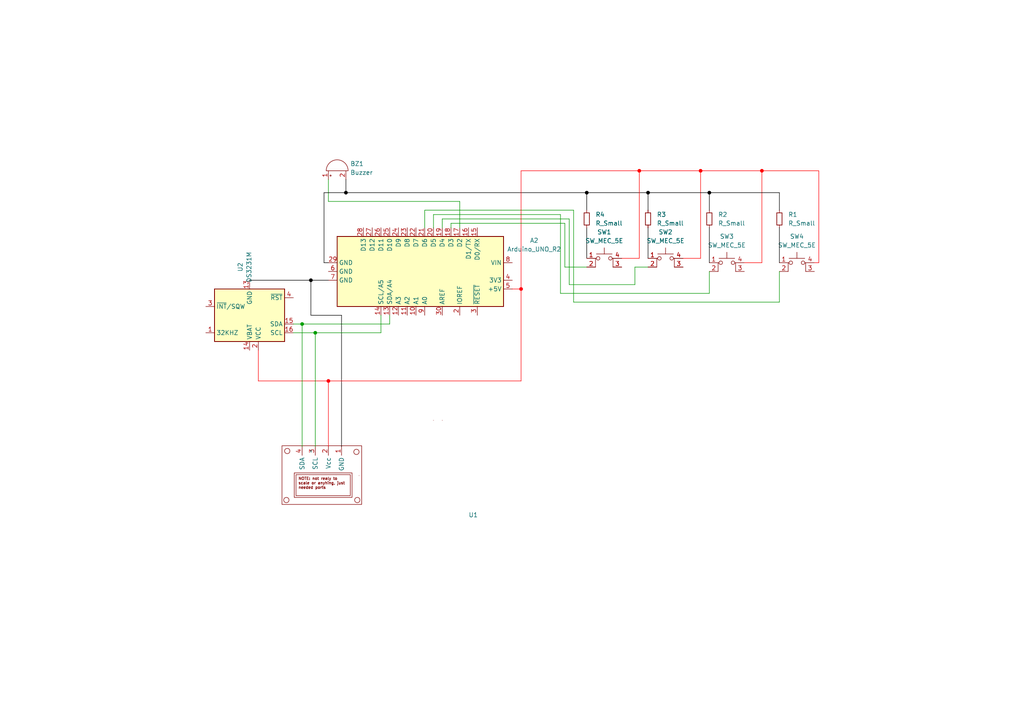
<source format=kicad_sch>
(kicad_sch (version 20230121) (generator eeschema)
  (paper "A4")
  (title_block (title "Annoying Lemon Alarm") (date "2023-06-12") (rev "1") (company "Amelia, Masha, Nicolas, Tibor") (comment 1 "Group 4 Project"))
  (lib_symbols
    (symbol "Device:Buzzer" (pin_names (offset 0.0254) hide)
      (property "Reference" "BZ" (at 3.81 1.27 0))
      (property "Value" "Buzzer" (at 3.81 -1.27 0))
      (symbol "Buzzer_0_1"
        (arc (start 0 -3.175) (mid 3.1612 0) (end 0 3.175))
        (polyline (pts (xy -1.651 1.905) (xy -1.143 1.905)))
        (polyline (pts (xy -1.397 2.159) (xy -1.397 1.651)))
        (polyline (pts (xy 0 3.175) (xy 0 -3.175)))
      )
      (symbol "Buzzer_1_1"
        (pin passive line (at -2.54 2.54 0) (length 2.54) (name "-") (number "1"))
        (pin passive line (at -2.54 -2.54 0) (length 2.54) (name "+") (number "2"))
      )
    )
    (symbol "Device:R_Small" (pin_numbers hide) (pin_names (offset 0.254) hide)
      (property "Reference" "R" (at 0.762 0.508 0))
      (property "Value" "R_Small" (at 0.762 -1.016 0))
      (symbol "R_Small_0_1"
        (rectangle (start -0.762 1.778) (end 0.762 -1.778) (stroke (width 0.2032)))
      )
      (symbol "R_Small_1_1"
        (pin passive line (at 0 2.54 270) (length 0.762) (name "~") (number "1"))
        (pin passive line (at 0 -2.54 90) (length 0.762) (name "~") (number "2"))
      )
    )
    (symbol "MCU_Module:Arduino_UNO_R2"
      (property "Reference" "A" (at -10.16 23.495 0))
      (property "Value" "Arduino_UNO_R2" (at 5.08 -26.67 0))
      (symbol "Arduino_UNO_R2_0_1"
        (rectangle (start -10.16 22.86) (end 10.16 -25.4) (stroke (width 0.254)) (fill (type background)))
      )
      (symbol "Arduino_UNO_R2_1_1"
        (pin no_connect line (at -10.16 -20.32 0) (length 2.54) hide (name "NC") (number "1"))
        (pin bidirectional line (at 12.7 -2.54 180) (length 2.54) (name "A1") (number "10"))
        (pin bidirectional line (at 12.7 -5.08 180) (length 2.54) (name "A2") (number "11"))
        (pin bidirectional line (at 12.7 -7.62 180) (length 2.54) (name "A3") (number "12"))
        (pin bidirectional line (at 12.7 -10.16 180) (length 2.54) (name "SDA/A4") (number "13"))
        (pin bidirectional line (at 12.7 -12.7 180) (length 2.54) (name "SCL/A5") (number "14"))
        (pin bidirectional line (at -12.7 15.24 0) (length 2.54) (name "D0/RX") (number "15"))
        (pin bidirectional line (at -12.7 12.7 0) (length 2.54) (name "D1/TX") (number "16"))
        (pin bidirectional line (at -12.7 10.16 0) (length 2.54) (name "D2") (number "17"))
        (pin bidirectional line (at -12.7 7.62 0) (length 2.54) (name "D3") (number "18"))
        (pin bidirectional line (at -12.7 5.08 0) (length 2.54) (name "D4") (number "19"))
        (pin output line (at 12.7 10.16 180) (length 2.54) (name "IOREF") (number "2"))
        (pin bidirectional line (at -12.7 2.54 0) (length 2.54) (name "D5") (number "20"))
        (pin bidirectional line (at -12.7 0 0) (length 2.54) (name "D6") (number "21"))
        (pin bidirectional line (at -12.7 -2.54 0) (length 2.54) (name "D7") (number "22"))
        (pin bidirectional line (at -12.7 -5.08 0) (length 2.54) (name "D8") (number "23"))
        (pin bidirectional line (at -12.7 -7.62 0) (length 2.54) (name "D9") (number "24"))
        (pin bidirectional line (at -12.7 -10.16 0) (length 2.54) (name "D10") (number "25"))
        (pin bidirectional line (at -12.7 -12.7 0) (length 2.54) (name "D11") (number "26"))
        (pin bidirectional line (at -12.7 -15.24 0) (length 2.54) (name "D12") (number "27"))
        (pin bidirectional line (at -12.7 -17.78 0) (length 2.54) (name "D13") (number "28"))
        (pin power_in line (at -2.54 -27.94 90) (length 2.54) (name "GND") (number "29"))
        (pin input line (at 12.7 15.24 180) (length 2.54) (name "~{RESET}") (number "3"))
        (pin input line (at 12.7 5.08 180) (length 2.54) (name "AREF") (number "30"))
        (pin power_out line (at 2.54 25.4 270) (length 2.54) (name "3V3") (number "4"))
        (pin power_out line (at 5.08 25.4 270) (length 2.54) (name "+5V") (number "5"))
        (pin power_in line (at 0 -27.94 90) (length 2.54) (name "GND") (number "6"))
        (pin power_in line (at 2.54 -27.94 90) (length 2.54) (name "GND") (number "7"))
        (pin power_in line (at -2.54 25.4 270) (length 2.54) (name "VIN") (number "8"))
        (pin bidirectional line (at 12.7 0 180) (length 2.54) (name "A0") (number "9"))
      )
    )
    (symbol "OLED-128x64:OLED128X64"
      (property "Reference" "U" (at -2.54 1.27 90))
      (symbol "OLED128X64_0_0"
        (text_box "NOTE: not realy to scale or anyhing, just needed ports" (at -6.858 -5.588 0) (size 15.748 -6.096) (effects (font (size 0.8 0.8)) (justify left top)))
      )
      (symbol "OLED128X64_0_1"
        (rectangle (start -10.922 2.794) (end 12.192 -14.224))
        (circle (center -9.652 -12.954) (radius 0.762))
        (circle (center -9.398 1.27) (radius 0.762))
        (rectangle (start -7.366 -5.08) (end 9.398 -12.192))
        (circle (center 10.668 1.016) (radius 0.762))
        (circle (center 10.922 -12.954) (radius 0.762))
        (rectangle (start 11.43 -5.842) (end 11.43 -5.842))
      )
      (symbol "OLED128X64_1_1"
        (rectangle (start 33.02 10.16) (end 33.02 10.16))
        (rectangle (start 35.56 10.16) (end 35.56 10.16))
        (pin power_in line (at 6.35 2.54 270) (length 2.54) (name "GND") (number "1"))
        (pin power_in line (at 2.54 2.54 270) (length 2.54) (name "Vcc") (number "2"))
        (pin output line (at -1.27 2.54 270) (length 2.54) (name "SCL") (number "3"))
        (pin output line (at -5.08 2.54 270) (length 2.54) (name "SDA") (number "4"))
      )
    )
    (symbol "Switch:SW_MEC_5E" (pin_names (offset 1.016) hide)
      (property "Reference" "SW" (at 0.635 5.715 0))
      (property "Value" "SW_MEC_5E" (at 0 -3.175 0))
      (symbol "SW_MEC_5E_0_1"
        (circle (center -1.778 2.54) (radius 0.508))
        (polyline (pts (xy -2.286 3.81) (xy 2.286 3.81)))
        (polyline (pts (xy 0 3.81) (xy 0 5.588)))
        (polyline (pts (xy -2.54 0) (xy -2.54 2.54) (xy -2.286 2.54)))
        (polyline (pts (xy 2.54 0) (xy 2.54 2.54) (xy 2.286 2.54)))
        (circle (center 1.778 2.54) (radius 0.508))
        (pin passive line (at -5.08 2.54 0) (length 2.54) (name "1") (number "1"))
        (pin passive line (at -5.08 0 0) (length 2.54) (name "2") (number "2"))
        (pin passive line (at 5.08 0 180) (length 2.54) (name "K") (number "3"))
        (pin passive line (at 5.08 2.54 180) (length 2.54) (name "A") (number "4"))
      )
    )
    (symbol "Timer_RTC:DS3231M"
      (property "Reference" "U" (at -7.62 8.89 0))
      (property "Value" "DS3231M" (at 10.16 8.89 0))
      (symbol "DS3231M_0_1"
        (rectangle (start -10.16 7.62) (end 10.16 -7.62) (stroke (width 0.254)) (fill (type background)))
      )
      (symbol "DS3231M_1_1"
        (pin open_collector line (at 12.7 5.08 180) (length 2.54) (name "32KHZ") (number "1"))
        (pin passive line (at 0 -10.16 90) (length 2.54) hide (name "GND") (number "10"))
        (pin passive line (at 0 -10.16 90) (length 2.54) hide (name "GND") (number "11"))
        (pin passive line (at 0 -10.16 90) (length 2.54) hide (name "GND") (number "12"))
        (pin power_in line (at 0 -10.16 90) (length 2.54) (name "GND") (number "13"))
        (pin power_in line (at 0 10.16 270) (length 2.54) (name "VBAT") (number "14"))
        (pin bidirectional line (at -12.7 2.54 0) (length 2.54) (name "SDA") (number "15"))
        (pin input line (at -12.7 5.08 0) (length 2.54) (name "SCL") (number "16"))
        (pin power_in line (at -2.54 10.16 270) (length 2.54) (name "VCC") (number "2"))
        (pin open_collector line (at 12.7 -2.54 180) (length 2.54) (name "~{INT}/SQW") (number "3"))
        (pin bidirectional line (at -12.7 -5.08 0) (length 2.54) (name "~{RST}") (number "4"))
        (pin passive line (at 0 -10.16 90) (length 2.54) hide (name "GND") (number "5"))
        (pin passive line (at 0 -10.16 90) (length 2.54) hide (name "GND") (number "6"))
        (pin passive line (at 0 -10.16 90) (length 2.54) hide (name "GND") (number "7"))
        (pin passive line (at 0 -10.16 90) (length 2.54) hide (name "GND") (number "8"))
        (pin passive line (at 0 -10.16 90) (length 2.54) hide (name "GND") (number "9"))
      )
    )
  )
  (junction (at 170.18 55.88) (color 0 0 0 1))
  (junction (at 185.42 49.53) (color 255 0 0 1))
  (junction (at 151.13 83.82) (color 255 0 9 1))
  (junction (at 90.17 81.28) (color 0 0 0 1))
  (junction (at 95.25 110.49) (color 255 0 7 1))
  (junction (at 205.74 55.88) (color 0 0 0 1))
  (junction (at 187.96 55.88) (color 0 0 0 1))
  (junction (at 100.33 55.88) (color 0 0 0 1))
  (junction (at 203.2 49.53) (color 255 0 0 1))
  (junction (at 91.44 96.52))
  (junction (at 87.63 93.98))
  (junction (at 220.98 49.53) (color 255 0 0 1))
  (wire (pts (xy 203.2 49.53) (xy 220.98 49.53)) (stroke (width 0) (color 255 0 9 1)))
  (wire (pts (xy 205.74 76.2) (xy 205.74 66.04)) (stroke (width 0) (color 0 0 0 1)))
  (wire (pts (xy 237.49 76.2) (xy 236.22 76.2)) (stroke (width 0) (color 255 0 9 1)))
  (wire (pts (xy 151.13 49.53) (xy 185.42 49.53)) (stroke (width 0) (color 255 0 9 1)))
  (wire (pts (xy 90.17 81.28) (xy 95.25 81.28)) (stroke (width 0) (color 0 0 0 1)))
  (wire (pts (xy 151.13 83.82) (xy 151.13 110.49)) (stroke (width 0) (color 255 0 4 1)))
  (wire (pts (xy 91.44 96.52) (xy 110.49 96.52)))
  (wire (pts (xy 148.59 83.82) (xy 151.13 83.82)) (stroke (width 0) (color 255 0 4 1)))
  (wire (pts (xy 100.33 55.88) (xy 93.98 55.88)) (stroke (width 0) (color 0 0 0 1)))
  (wire (pts (xy 163.83 64.77) (xy 130.81 64.77)))
  (wire (pts (xy 100.33 55.88) (xy 170.18 55.88)) (stroke (width 0) (color 0 0 0 1)))
  (wire (pts (xy 185.42 49.53) (xy 203.2 49.53)) (stroke (width 0) (color 255 0 9 1)))
  (wire (pts (xy 165.1 82.55) (xy 165.1 63.5)))
  (wire (pts (xy 198.12 74.93) (xy 203.2 74.93)) (stroke (width 0) (color 255 0 0 1)))
  (wire (pts (xy 74.93 101.6) (xy 74.93 110.49)) (stroke (width 0) (color 255 0 4 1)))
  (wire (pts (xy 203.2 74.93) (xy 203.2 49.53)) (stroke (width 0) (color 255 0 0 1)))
  (wire (pts (xy 93.98 76.2) (xy 95.25 76.2)) (stroke (width 0) (color 0 0 0 1)))
  (wire (pts (xy 180.34 74.93) (xy 185.42 74.93)) (stroke (width 0) (color 255 0 0 1)))
  (wire (pts (xy 170.18 55.88) (xy 170.18 60.96)) (stroke (width 0) (color 0 0 0 1)))
  (wire (pts (xy 151.13 83.82) (xy 151.13 49.53)) (stroke (width 0) (color 255 0 9 1)))
  (wire (pts (xy 95.25 52.07) (xy 95.25 58.42)))
  (wire (pts (xy 226.06 78.74) (xy 226.06 87.63)))
  (wire (pts (xy 170.18 55.88) (xy 187.96 55.88)) (stroke (width 0) (color 0 0 0 1)))
  (wire (pts (xy 165.1 63.5) (xy 128.27 63.5)))
  (wire (pts (xy 110.49 91.44) (xy 110.49 96.52)))
  (wire (pts (xy 162.56 62.23) (xy 162.56 85.09)))
  (wire (pts (xy 123.19 60.96) (xy 123.19 66.04)))
  (wire (pts (xy 166.37 60.96) (xy 123.19 60.96)))
  (wire (pts (xy 113.03 93.98) (xy 113.03 91.44)))
  (wire (pts (xy 220.98 76.2) (xy 220.98 49.53)) (stroke (width 0) (color 255 0 0 1)))
  (wire (pts (xy 90.17 91.44) (xy 90.17 81.28)) (stroke (width 0) (color 0 0 0 1)))
  (wire (pts (xy 93.98 55.88) (xy 93.98 76.2)) (stroke (width 0) (color 0 0 0 1)))
  (wire (pts (xy 95.25 110.49) (xy 95.25 129.54)) (stroke (width 0) (color 255 0 7 1)))
  (wire (pts (xy 205.74 85.09) (xy 205.74 78.74)))
  (wire (pts (xy 226.06 87.63) (xy 166.37 87.63)))
  (wire (pts (xy 85.09 96.52) (xy 91.44 96.52)))
  (wire (pts (xy 205.74 55.88) (xy 205.74 60.96)) (stroke (width 0) (color 0 0 0 1)))
  (wire (pts (xy 184.15 82.55) (xy 165.1 82.55)))
  (wire (pts (xy 226.06 66.04) (xy 226.06 76.2)) (stroke (width 0) (color 0 0 0 1)))
  (wire (pts (xy 185.42 74.93) (xy 185.42 49.53)) (stroke (width 0) (color 255 0 0 1)))
  (wire (pts (xy 205.74 55.88) (xy 226.06 55.88)) (stroke (width 0) (color 0 0 0 1)))
  (wire (pts (xy 187.96 55.88) (xy 205.74 55.88)) (stroke (width 0) (color 0 0 0 1)))
  (wire (pts (xy 187.96 55.88) (xy 187.96 60.96)) (stroke (width 0) (color 0 0 0 1)))
  (wire (pts (xy 99.06 129.54) (xy 99.06 91.44)) (stroke (width 0) (color 0 0 0 1)))
  (wire (pts (xy 133.35 58.42) (xy 133.35 66.04)))
  (wire (pts (xy 220.98 49.53) (xy 237.49 49.53)) (stroke (width 0) (color 255 0 0 1)))
  (wire (pts (xy 74.93 110.49) (xy 95.25 110.49)) (stroke (width 0) (color 255 0 4 1)))
  (wire (pts (xy 95.25 58.42) (xy 133.35 58.42)))
  (wire (pts (xy 87.63 93.98) (xy 87.63 129.54)))
  (wire (pts (xy 187.96 66.04) (xy 187.96 74.93)) (stroke (width 0) (color 0 0 0 1)))
  (wire (pts (xy 130.81 64.77) (xy 130.81 66.04)))
  (wire (pts (xy 237.49 49.53) (xy 237.49 76.2)) (stroke (width 0) (color 255 0 9 1)))
  (wire (pts (xy 85.09 93.98) (xy 87.63 93.98)))
  (wire (pts (xy 170.18 77.47) (xy 163.83 77.47)))
  (wire (pts (xy 91.44 96.52) (xy 91.44 129.54)))
  (wire (pts (xy 215.9 76.2) (xy 220.98 76.2)) (stroke (width 0) (color 255 0 0 1)))
  (wire (pts (xy 166.37 87.63) (xy 166.37 60.96)))
  (wire (pts (xy 125.73 66.04) (xy 125.73 62.23)))
  (wire (pts (xy 125.73 62.23) (xy 162.56 62.23)))
  (wire (pts (xy 100.33 52.07) (xy 100.33 55.88)) (stroke (width 0) (color 0 0 0 1)))
  (wire (pts (xy 184.15 77.47) (xy 184.15 82.55)))
  (wire (pts (xy 128.27 63.5) (xy 128.27 66.04)))
  (wire (pts (xy 95.25 110.49) (xy 151.13 110.49)) (stroke (width 0) (color 255 0 4 1)))
  (wire (pts (xy 170.18 66.04) (xy 170.18 74.93)) (stroke (width 0) (color 0 0 0 1)))
  (wire (pts (xy 187.96 77.47) (xy 184.15 77.47)))
  (wire (pts (xy 99.06 91.44) (xy 90.17 91.44)) (stroke (width 0) (color 0 0 0 1)))
  (wire (pts (xy 72.39 81.28) (xy 90.17 81.28)) (stroke (width 0) (color 0 0 0 1)))
  (wire (pts (xy 162.56 85.09) (xy 205.74 85.09)))
  (wire (pts (xy 226.06 55.88) (xy 226.06 60.96)) (stroke (width 0) (color 0 0 0 1)))
  (wire (pts (xy 87.63 93.98) (xy 113.03 93.98)))
  (wire (pts (xy 163.83 77.47) (xy 163.83 64.77)))
  (symbol (lib_id "Device:R_Small") (at 205.74 63.5 0) (unit 1)
    (property "Reference" "R2" (at 208.28 62.23 0) (effects (justify left)))
    (property "Value" "R_Small" (at 208.28 64.77 0) (effects (justify left)))
  )
  (symbol (lib_id "Device:R_Small") (at 187.96 63.5 0) (unit 1)
    (property "Reference" "R3" (at 190.5 62.23 0) (effects (justify left)))
    (property "Value" "R_Small" (at 190.5 64.77 0) (effects (justify left)))
  )
  (symbol (lib_id "OLED-128x64:OLED128X64") (at 92.71 132.08 0) (unit 1)
    (property "Reference" "U1" (at 135.89 149.352 0) (effects (justify left)))
    (property "Value" "~" (at 90.17 130.81 90))
  )
  (symbol (lib_id "Switch:SW_MEC_5E") (at 175.26 77.47 0) (unit 1)
    (property "Reference" "SW1" (at 175.26 67.31 0))
    (property "Value" "SW_MEC_5E" (at 175.26 69.85 0))
    (property "Datasheet" "http://www.apem.com/int/index.php?controller=attachment&id_attachment=1371" (effects hide))
  )
  (symbol (lib_id "MCU_Module:Arduino_UNO_R2") (at 123.19 78.74 270) (unit 1)
    (property "Reference" "A2" (at 154.94 69.7483 90))
    (property "Value" "Arduino_UNO_R2" (at 154.94 72.2883 90))
    (property "Footprint" "Module:Arduino_UNO_R2" (effects hide))
    (property "Datasheet" "https://www.arduino.cc/en/Main/arduinoBoardUno" (effects hide))
  )
  (symbol (lib_id "Switch:SW_MEC_5E") (at 231.14 78.74 0) (unit 1)
    (property "Reference" "SW4" (at 231.14 68.58 0))
    (property "Value" "SW_MEC_5E" (at 231.14 71.12 0))
    (property "Datasheet" "http://www.apem.com/int/index.php?controller=attachment&id_attachment=1371" (effects hide))
  )
  (symbol (lib_id "Timer_RTC:DS3231M") (at 72.39 91.44 180) (unit 1)
    (property "Reference" "U2" (at 69.6977 77.47 90))
    (property "Value" "DS3231M" (at 72.2377 77.47 90))
    (property "Footprint" "Package_SO:SOIC-16W_7.5x10.3mm_P1.27mm" (effects hide))
    (property "Datasheet" "http://datasheets.maximintegrated.com/en/ds/DS3231.pdf" (effects hide))
  )
  (symbol (lib_id "Device:R_Small") (at 170.18 63.5 0) (unit 1)
    (property "Reference" "R4" (at 172.72 62.23 0) (effects (justify left)))
    (property "Value" "R_Small" (at 172.72 64.77 0) (effects (justify left)))
  )
  (symbol (lib_id "Switch:SW_MEC_5E") (at 210.82 78.74 0) (unit 1)
    (property "Reference" "SW3" (at 210.82 68.58 0))
    (property "Value" "SW_MEC_5E" (at 210.82 71.12 0))
    (property "Datasheet" "http://www.apem.com/int/index.php?controller=attachment&id_attachment=1371" (effects hide))
  )
  (symbol (lib_id "Device:Buzzer") (at 97.79 49.53 90) (unit 1)
    (property "Reference" "BZ1" (at 101.6 47.5049 90) (effects (justify right)))
    (property "Value" "Buzzer" (at 101.6 50.0449 90) (effects (justify right)))
  )
  (symbol (lib_id "Switch:SW_MEC_5E") (at 193.04 77.47 0) (unit 1)
    (property "Reference" "SW2" (at 193.04 67.31 0))
    (property "Value" "SW_MEC_5E" (at 193.04 69.85 0))
    (property "Datasheet" "http://www.apem.com/int/index.php?controller=attachment&id_attachment=1371" (effects hide))
  )
  (symbol (lib_id "Device:R_Small") (at 226.06 63.5 0) (unit 1)
    (property "Reference" "R1" (at 228.6 62.23 0) (effects (justify left)))
    (property "Value" "R_Small" (at 228.6 64.77 0) (effects (justify left)))
  )
)
</source>
